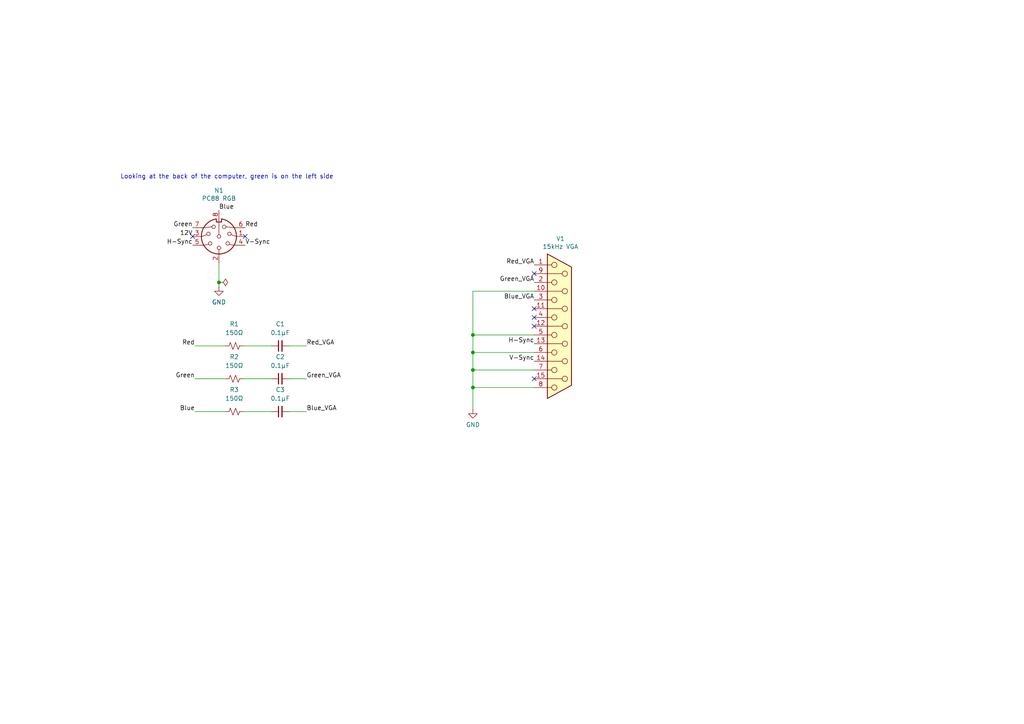
<source format=kicad_sch>
(kicad_sch (version 20231120) (generator "eeschema") (generator_version "8.0")
  (paper "A4")
  (lib_symbols
    (symbol "Connector:DA15_Receptacle" (pin_names (offset 1.016) hide)
      (property "Reference" "J" (at 0.508 21.59 0))
      (property "Value" "DA15_Receptacle" (at 0 -22.225 0))
      (symbol "DA15_Receptacle_0_1"
        (circle (center -1.778 -17.78) (radius 0.762))
        (circle (center -1.778 -12.7) (radius 0.762))
        (circle (center -1.778 -7.62) (radius 0.762))
        (circle (center -1.778 -2.54) (radius 0.762))
        (circle (center -1.778 2.54) (radius 0.762))
        (circle (center -1.778 7.62) (radius 0.762))
        (circle (center -1.778 12.7) (radius 0.762))
        (circle (center -1.778 17.78) (radius 0.762))
        (polyline (pts (xy -3.81 -17.78) (xy -2.54 -17.78)))
        (polyline (pts (xy -3.81 -15.24) (xy 0.508 -15.24)))
        (polyline (pts (xy -3.81 -12.7) (xy -2.54 -12.7)))
        (polyline (pts (xy -3.81 -10.16) (xy 0.508 -10.16)))
        (polyline (pts (xy -3.81 -7.62) (xy -2.54 -7.62)))
        (polyline (pts (xy -3.81 -5.08) (xy 0.508 -5.08)))
        (polyline (pts (xy -3.81 -2.54) (xy -2.54 -2.54)))
        (polyline (pts (xy -3.81 0) (xy 0.508 0)))
        (polyline (pts (xy -3.81 2.54) (xy -2.54 2.54)))
        (polyline (pts (xy -3.81 5.08) (xy 0.508 5.08)))
        (polyline (pts (xy -3.81 7.62) (xy -2.54 7.62)))
        (polyline (pts (xy -3.81 10.16) (xy 0.508 10.16)))
        (polyline (pts (xy -3.81 12.7) (xy -2.54 12.7)))
        (polyline (pts (xy -3.81 15.24) (xy 0.508 15.24)))
        (polyline (pts (xy -3.81 17.78) (xy -2.54 17.78)))
        (polyline (pts (xy -3.81 20.955) (xy 3.175 17.145) (xy 3.175 -17.145) (xy -3.81 -20.955) (xy -3.81 20.955)) (stroke (width 0.254)) (fill (type background)))
        (circle (center 1.27 -15.24) (radius 0.762))
        (circle (center 1.27 -10.16) (radius 0.762))
        (circle (center 1.27 -5.08) (radius 0.762))
        (circle (center 1.27 0) (radius 0.762))
        (circle (center 1.27 5.08) (radius 0.762))
        (circle (center 1.27 10.16) (radius 0.762))
        (circle (center 1.27 15.24) (radius 0.762))
      )
      (symbol "DA15_Receptacle_1_1"
        (pin passive line (at -7.62 17.78 0) (length 3.81) (name "1") (number "1"))
        (pin passive line (at -7.62 10.16 0) (length 3.81) (name "P10") (number "10"))
        (pin passive line (at -7.62 5.08 0) (length 3.81) (name "P111") (number "11"))
        (pin passive line (at -7.62 0 0) (length 3.81) (name "P12") (number "12"))
        (pin passive line (at -7.62 -5.08 0) (length 3.81) (name "P13") (number "13"))
        (pin passive line (at -7.62 -10.16 0) (length 3.81) (name "P14") (number "14"))
        (pin passive line (at -7.62 -15.24 0) (length 3.81) (name "P15") (number "15"))
        (pin passive line (at -7.62 12.7 0) (length 3.81) (name "2") (number "2"))
        (pin passive line (at -7.62 7.62 0) (length 3.81) (name "3") (number "3"))
        (pin passive line (at -7.62 2.54 0) (length 3.81) (name "4") (number "4"))
        (pin passive line (at -7.62 -2.54 0) (length 3.81) (name "5") (number "5"))
        (pin passive line (at -7.62 -7.62 0) (length 3.81) (name "6") (number "6"))
        (pin passive line (at -7.62 -12.7 0) (length 3.81) (name "7") (number "7"))
        (pin passive line (at -7.62 -17.78 0) (length 3.81) (name "8") (number "8"))
        (pin passive line (at -7.62 15.24 0) (length 3.81) (name "P9") (number "9"))
      )
    )
    (symbol "Connector:DIN-8" (pin_names (offset 1.016))
      (property "Reference" "J" (at 3.175 5.715 0))
      (property "Value" "DIN-8" (at 2.032 -5.842 0))
      (symbol "DIN-8_0_1"
        (arc (start -5.08 0) (mid -3.8609 -3.3364) (end -0.762 -5.08) (stroke (width 0.254)))
        (circle (center -3.048 -0.762) (radius 0.508))
        (circle (center -2.54 2.032) (radius 0.508))
        (circle (center -1.524 -2.794) (radius 0.508))
        (polyline (pts (xy -5.08 0) (xy -3.556 -0.508)))
        (polyline (pts (xy 0 -0.508) (xy 0 -5.08)))
        (polyline (pts (xy 0 5.08) (xy 0 3.81)))
        (polyline (pts (xy 5.08 0) (xy 3.556 -0.508)))
        (polyline (pts (xy -5.08 -2.54) (xy -4.318 -2.54) (xy -2.032 -2.794)))
        (polyline (pts (xy -5.08 2.54) (xy -4.318 2.54) (xy -3.048 2.286)))
        (polyline (pts (xy 5.08 -2.54) (xy 4.318 -2.54) (xy 2.032 -2.794)))
        (polyline (pts (xy 5.08 2.54) (xy 4.318 2.54) (xy 3.048 2.286)))
        (polyline (pts (xy -0.762 -4.953) (xy -0.762 -4.191) (xy 0.762 -4.191) (xy 0.762 -4.953)) (stroke (width 0.254)))
        (circle (center 0 0) (radius 0.508))
        (circle (center 0 3.302) (radius 0.508))
        (arc (start 0.762 -5.08) (mid 3.8685 -3.343) (end 5.08 0) (stroke (width 0.254)))
        (circle (center 1.524 -2.794) (radius 0.508))
        (circle (center 2.54 2.032) (radius 0.508))
        (circle (center 3.048 -0.762) (radius 0.508))
        (arc (start 5.08 0) (mid 0 5.0579) (end -5.08 0) (stroke (width 0.254)))
      )
      (symbol "DIN-8_1_1"
        (pin passive line (at -7.62 0 0) (length 2.54) (name "~") (number "1"))
        (pin passive line (at 0 7.62 270) (length 2.54) (name "~") (number "2"))
        (pin passive line (at 7.62 0 180) (length 2.54) (name "~") (number "3"))
        (pin passive line (at -7.62 2.54 0) (length 2.54) (name "~") (number "4"))
        (pin passive line (at 7.62 2.54 180) (length 2.54) (name "~") (number "5"))
        (pin passive line (at -7.62 -2.54 0) (length 2.54) (name "~") (number "6"))
        (pin passive line (at 7.62 -2.54 180) (length 2.54) (name "~") (number "7"))
        (pin passive line (at 0 -7.62 90) (length 2.54) (name "~") (number "8"))
      )
    )
    (symbol "Device:C_Small" (pin_numbers hide) (pin_names (offset 0.254) hide)
      (property "Reference" "C" (at 0.254 1.778 0))
      (property "Value" "C_Small" (at 0.254 -2.032 0))
      (symbol "C_Small_0_1"
        (polyline (pts (xy -1.524 -0.508) (xy 1.524 -0.508)) (stroke (width 0.3302)))
        (polyline (pts (xy -1.524 0.508) (xy 1.524 0.508)) (stroke (width 0.3048)))
      )
      (symbol "C_Small_1_1"
        (pin passive line (at 0 2.54 270) (length 2.032) (name "~") (number "1"))
        (pin passive line (at 0 -2.54 90) (length 2.032) (name "~") (number "2"))
      )
    )
    (symbol "Device:R_Small_US" (pin_numbers hide) (pin_names (offset 0.254) hide)
      (property "Reference" "R" (at 0.762 0.508 0))
      (property "Value" "R_Small_US" (at 0.762 -1.016 0))
      (symbol "R_Small_US_1_1"
        (polyline (pts (xy 0 0) (xy 1.016 -0.381) (xy 0 -0.762) (xy -1.016 -1.143) (xy 0 -1.524)))
        (polyline (pts (xy 0 1.524) (xy 1.016 1.143) (xy 0 0.762) (xy -1.016 0.381) (xy 0 0)))
        (pin passive line (at 0 2.54 270) (length 1.016) (name "~") (number "1"))
        (pin passive line (at 0 -2.54 90) (length 1.016) (name "~") (number "2"))
      )
    )
    (symbol "power:GND" (power) (pin_numbers hide) (pin_names (offset 0) hide)
      (property "Value" "GND" (at 0 -3.81 0))
      (symbol "GND_0_1"
        (polyline (pts (xy 0 0) (xy 0 -1.27) (xy 1.27 -1.27) (xy 0 -2.54) (xy -1.27 -1.27) (xy 0 -1.27)))
      )
      (symbol "GND_1_1"
        (pin power_in line (at 0 0 270) (length 0) (name "~") (number "1"))
      )
    )
    (symbol "power:PWR_FLAG" (power) (pin_numbers hide) (pin_names (offset 0) hide)
      (property "Value" "PWR_FLAG" (at 0 3.81 0))
      (symbol "PWR_FLAG_0_0"
        (pin power_out line (at 0 0 90) (length 0) (name "~") (number "1"))
      )
      (symbol "PWR_FLAG_0_1"
        (polyline (pts (xy 0 0) (xy 0 1.27) (xy -1.016 1.905) (xy 0 2.54) (xy 1.016 1.905) (xy 0 1.27)))
      )
    )
  )
  (junction (at 63.5 81.915))
  (junction (at 137.16 97.155))
  (junction (at 137.16 102.235))
  (junction (at 137.16 112.395))
  (junction (at 137.16 107.315))
  (no_connect (at 71.12 68.58))
  (no_connect (at 154.94 94.615))
  (no_connect (at 154.94 89.535))
  (no_connect (at 55.88 68.58))
  (no_connect (at 154.94 109.855))
  (no_connect (at 154.94 92.075))
  (no_connect (at 154.94 79.375))
  (wire (pts (xy 63.5 83.185) (xy 63.5 81.915)))
  (wire (pts (xy 154.94 84.455) (xy 137.16 84.455)))
  (wire (pts (xy 137.16 97.155) (xy 137.16 102.235)))
  (wire (pts (xy 137.16 84.455) (xy 137.16 97.155)))
  (wire (pts (xy 56.515 109.855) (xy 65.405 109.855)))
  (wire (pts (xy 63.5 81.915) (xy 63.5 76.2)))
  (wire (pts (xy 70.485 100.33) (xy 78.74 100.33)))
  (wire (pts (xy 137.16 112.395) (xy 137.16 118.745)))
  (wire (pts (xy 83.82 119.38) (xy 88.9 119.38)))
  (wire (pts (xy 154.94 102.235) (xy 137.16 102.235)))
  (wire (pts (xy 56.515 119.38) (xy 65.405 119.38)))
  (wire (pts (xy 154.94 97.155) (xy 137.16 97.155)))
  (wire (pts (xy 83.82 109.855) (xy 88.9 109.855)))
  (wire (pts (xy 70.485 119.38) (xy 78.74 119.38)))
  (wire (pts (xy 137.16 112.395) (xy 154.94 112.395)))
  (wire (pts (xy 137.16 102.235) (xy 137.16 107.315)))
  (wire (pts (xy 70.485 109.855) (xy 78.74 109.855)))
  (wire (pts (xy 56.515 100.33) (xy 65.405 100.33)))
  (wire (pts (xy 137.16 107.315) (xy 137.16 112.395)))
  (wire (pts (xy 137.16 107.315) (xy 154.94 107.315)))
  (wire (pts (xy 83.82 100.33) (xy 88.9 100.33)))
  (text "Looking at the back of the computer, green is on the left side" (at 34.925 52.07 0) (effects (font (size 1.27 1.27)) (justify left bottom)))
  (label "Green_VGA" (at 88.9 109.855 0))
  (label "H-Sync" (at 55.88 71.12 180))
  (label "Blue" (at 56.515 119.38 180))
  (label "V-Sync" (at 154.94 104.775 180))
  (label "H-Sync" (at 154.94 99.695 180))
  (label "Red" (at 71.12 66.04 0))
  (label "12V" (at 55.88 68.58 180))
  (label "Red_VGA" (at 154.94 76.835 180))
  (label "Red" (at 56.515 100.33 180))
  (label "Green_VGA" (at 154.94 81.915 180))
  (label "Blue" (at 63.5 60.96 0))
  (label "V-Sync" (at 71.12 71.12 0))
  (label "Green" (at 56.515 109.855 180))
  (label "Blue_VGA" (at 154.94 86.995 180))
  (label "Blue_VGA" (at 88.9 119.38 0))
  (label "Red_VGA" (at 88.9 100.33 0))
  (label "Green" (at 55.88 66.04 180))
  (symbol (lib_id "Connector:DIN-8") (at 63.5 68.58 180) (unit 1)
    (property "Reference" "N1" (at 63.5 55.245 0))
    (property "Value" "PC88 RGB" (at 63.5 57.5564 0))
    (property "Footprint" "SDS-80J:CUI_SDS-80J" (effects (hide yes)))
    (property "Datasheet" "http://www.mouser.com/ds/2/18/40_c091_abd_e-75918.pdf" (effects (hide yes)))
  )
  (symbol (lib_id "Connector:DA15_Receptacle") (at 162.56 94.615 0) (unit 1)
    (property "Reference" "V1" (at 162.56 69.215 0))
    (property "Value" "15kHz VGA" (at 162.56 71.5264 0))
    (property "Footprint" "Connector_TE_AMP_HD15:FIXED-1-1734530-1" (effects (hide yes)))
    (property "Description" "15-pin female receptacle socket D-SUB connector (low-density/2 columns)" (effects (hide yes)))
  )
  (symbol (lib_id "power:GND") (at 137.16 118.745 0) (unit 1)
    (property "Reference" "#PWR01" (effects (hide yes)))
    (property "Value" "GND" (at 137.16 123.19 0))
    (property "Description" "Power symbol creates a global label with name \"GND\" , ground" (effects (hide yes)))
  )
  (symbol (lib_id "Device:R_Small_US") (at 67.945 119.38 270) (unit 1)
    (property "Reference" "R3" (at 67.945 113.03 90))
    (property "Value" "150Ω" (at 67.945 115.57 90))
    (property "Footprint" "Resistor_THT:R_Axial_DIN0207_L6.3mm_D2.5mm_P10.16mm_Horizontal" (effects (hide yes)))
    (property "Description" "Resistor, small US symbol" (effects (hide yes)))
  )
  (symbol (lib_id "Device:C_Small") (at 81.28 119.38 90) (unit 1)
    (property "Reference" "C3" (at 81.2863 113.03 90))
    (property "Value" "0.1µF" (at 81.2863 115.57 90))
    (property "Footprint" "Capacitor_THT:C_Disc_D3.4mm_W2.1mm_P2.50mm" (effects (hide yes)))
    (property "Description" "Unpolarized capacitor, small symbol" (effects (hide yes)))
  )
  (symbol (lib_id "Device:C_Small") (at 81.28 109.855 90) (unit 1)
    (property "Reference" "C2" (at 81.28 103.505 90))
    (property "Value" "0.1µF" (at 81.28 106.045 90))
    (property "Footprint" "Capacitor_THT:C_Disc_D3.4mm_W2.1mm_P2.50mm" (effects (hide yes)))
    (property "Description" "Unpolarized capacitor, small symbol" (effects (hide yes)))
  )
  (symbol (lib_id "power:PWR_FLAG") (at 63.5 81.915 270) (unit 1)
    (property "Reference" "#FLG01" (effects (hide yes)))
    (property "Value" "PWR_FLAG" (effects (hide yes)))
    (property "Description" "Special symbol for telling ERC where power comes from" (effects (hide yes)))
  )
  (symbol (lib_id "Device:R_Small_US") (at 67.945 100.33 270) (unit 1)
    (property "Reference" "R1" (at 67.945 93.98 90))
    (property "Value" "150Ω" (at 67.945 96.52 90))
    (property "Footprint" "Resistor_THT:R_Axial_DIN0207_L6.3mm_D2.5mm_P10.16mm_Horizontal" (effects (hide yes)))
    (property "Description" "Resistor, small US symbol" (effects (hide yes)))
  )
  (symbol (lib_id "Device:C_Small") (at 81.28 100.33 90) (unit 1)
    (property "Reference" "C1" (at 81.2863 93.98 90))
    (property "Value" "0.1µF" (at 81.2863 96.52 90))
    (property "Footprint" "Capacitor_THT:C_Disc_D3.4mm_W2.1mm_P2.50mm" (effects (hide yes)))
    (property "Description" "Unpolarized capacitor, small symbol" (effects (hide yes)))
  )
  (symbol (lib_id "Device:R_Small_US") (at 67.945 109.855 270) (unit 1)
    (property "Reference" "R2" (at 67.945 103.505 90))
    (property "Value" "150Ω" (at 67.945 106.045 90))
    (property "Footprint" "Resistor_THT:R_Axial_DIN0207_L6.3mm_D2.5mm_P10.16mm_Horizontal" (effects (hide yes)))
    (property "Description" "Resistor, small US symbol" (effects (hide yes)))
  )
  (symbol (lib_id "power:GND") (at 63.5 83.185 0) (unit 1)
    (property "Reference" "#PWR02" (effects (hide yes)))
    (property "Value" "GND" (at 63.5 87.63 0))
    (property "Description" "Power symbol creates a global label with name \"GND\" , ground" (effects (hide yes)))
  )
)
</source>
